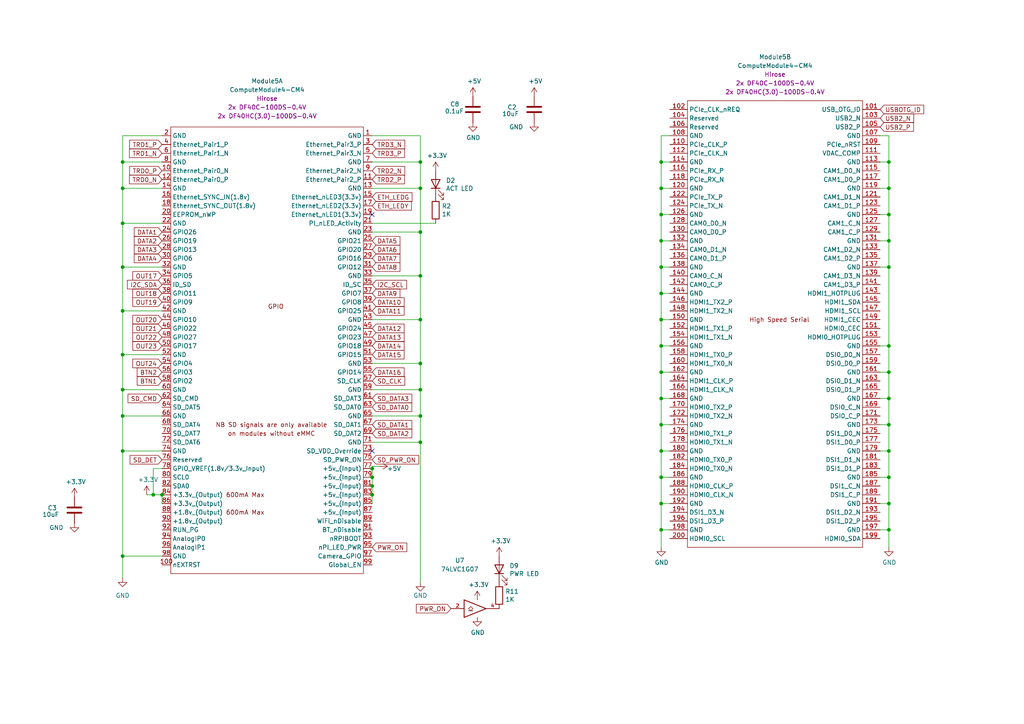
<source format=kicad_sch>
(kicad_sch (version 20211123) (generator eeschema)
  (paper "A4")
  (title_block (title "Pi CM4 16") (date "2022-09-03") (rev "v1") (company "Scott Hanson"))
  (lib_symbols
    (symbol "74xGxx:74LVC1G07" (pin_names (offset 1.016))
      (property "Reference" "U" (at -2.54 3.81 0))
      (property "Value" "74LVC1G07" (at 0 -3.81 0))
      (symbol "74LVC1G07_0_1"
        (polyline (pts (xy -2.54 -0.635) (xy -1.27 -0.635)))
        (polyline (pts (xy -3.81 2.54) (xy -3.81 -2.54) (xy 2.54 0) (xy -3.81 2.54)) (stroke (width 0.254)))
        (polyline (pts (xy -1.905 0.635) (xy -2.54 0) (xy -1.905 -0.635) (xy -1.27 0) (xy -1.905 0.635)))
      )
      (symbol "74LVC1G07_1_1"
        (pin input line (at -7.62 0 0) (length 3.81) (name "~") (number "2"))
        (pin power_in line (at 0 -2.54 270) (length 0) hide (name "GND") (number "3"))
        (pin open_collector line (at 6.35 0 180) (length 3.81) (name "~") (number "4"))
        (pin power_in line (at 0 2.54 90) (length 0) hide (name "VCC") (number "5"))
      )
    )
    (symbol "CM4IO:ComputeModule4-CM4"
      (property "Reference" "Module" (at 113.03 -68.58 0))
      (property "Value" "ComputeModule4-CM4" (at 140.97 2.54 0))
      (property "Manufacturer" "Hirose" (at 0 0 0))
      (property "MPN" "2x DF40C-100DS-0.4V" (at 0 -2.54 0))
      (property "MPN (Alt)" "2x DF40HC(3.0)-100DS-0.4V" (at 0 0 0))
      (symbol "ComputeModule4-CM4_1_0"
        (text "GPIO" (at 0 6.35 0) (effects (font (size 1.27 1.27))))
      )
      (symbol "ComputeModule4-CM4_1_1"
        (rectangle (start -30.48 -71.12) (end 25.4 58.42))
        (text "600mA Max" (at -8.89 -53.34 0) (effects (font (size 1.27 1.27))))
        (text "600mA Max" (at -8.89 -48.26 0) (effects (font (size 1.27 1.27))))
        (text "NB SD signals are only available" (at -1.27 -27.94 0) (effects (font (size 1.27 1.27))))
        (text "on modules without eMMC" (at -1.27 -30.48 0) (effects (font (size 1.27 1.27))))
        (pin power_in line (at 27.94 55.88 180) (length 2.54) (name "GND") (number "1"))
        (pin passive line (at -33.02 45.72 0) (length 2.54) (name "Ethernet_Pair0_N") (number "10"))
        (pin output line (at -33.02 -68.58 0) (length 2.54) (name "nEXTRST") (number "100"))
        (pin passive line (at 27.94 43.18 180) (length 2.54) (name "Ethernet_Pair2_P") (number "11"))
        (pin passive line (at -33.02 43.18 0) (length 2.54) (name "Ethernet_Pair0_P") (number "12"))
        (pin power_in line (at 27.94 40.64 180) (length 2.54) (name "GND") (number "13"))
        (pin power_in line (at -33.02 40.64 0) (length 2.54) (name "GND") (number "14"))
        (pin output line (at 27.94 38.1 180) (length 2.54) (name "Ethernet_nLED3(3.3v)") (number "15"))
        (pin input line (at -33.02 38.1 0) (length 2.54) (name "Ethernet_SYNC_IN(1.8v)") (number "16"))
        (pin output line (at 27.94 35.56 180) (length 2.54) (name "Ethernet_nLED2(3.3v)") (number "17"))
        (pin input line (at -33.02 35.56 0) (length 2.54) (name "Ethernet_SYNC_OUT(1.8v)") (number "18"))
        (pin output line (at 27.94 33.02 180) (length 2.54) (name "Ethernet_nLED1(3.3v)") (number "19"))
        (pin power_in line (at -33.02 55.88 0) (length 2.54) (name "GND") (number "2"))
        (pin passive line (at -33.02 33.02 0) (length 2.54) (name "EEPROM_nWP") (number "20"))
        (pin open_collector line (at 27.94 30.48 180) (length 2.54) (name "PI_nLED_Activity") (number "21"))
        (pin power_in line (at -33.02 30.48 0) (length 2.54) (name "GND") (number "22"))
        (pin power_in line (at 27.94 27.94 180) (length 2.54) (name "GND") (number "23"))
        (pin passive line (at -33.02 27.94 0) (length 2.54) (name "GPIO26") (number "24"))
        (pin passive line (at 27.94 25.4 180) (length 2.54) (name "GPIO21") (number "25"))
        (pin passive line (at -33.02 25.4 0) (length 2.54) (name "GPIO19") (number "26"))
        (pin passive line (at 27.94 22.86 180) (length 2.54) (name "GPIO20") (number "27"))
        (pin passive line (at -33.02 22.86 0) (length 2.54) (name "GPIO13") (number "28"))
        (pin passive line (at 27.94 20.32 180) (length 2.54) (name "GPIO16") (number "29"))
        (pin passive line (at 27.94 53.34 180) (length 2.54) (name "Ethernet_Pair3_P") (number "3"))
        (pin passive line (at -33.02 20.32 0) (length 2.54) (name "GPIO6") (number "30"))
        (pin passive line (at 27.94 17.78 180) (length 2.54) (name "GPIO12") (number "31"))
        (pin power_in line (at -33.02 17.78 0) (length 2.54) (name "GND") (number "32"))
        (pin power_in line (at 27.94 15.24 180) (length 2.54) (name "GND") (number "33"))
        (pin passive line (at -33.02 15.24 0) (length 2.54) (name "GPIO5") (number "34"))
        (pin passive line (at 27.94 12.7 180) (length 2.54) (name "ID_SC") (number "35"))
        (pin passive line (at -33.02 12.7 0) (length 2.54) (name "ID_SD") (number "36"))
        (pin passive line (at 27.94 10.16 180) (length 2.54) (name "GPIO7") (number "37"))
        (pin passive line (at -33.02 10.16 0) (length 2.54) (name "GPIO11") (number "38"))
        (pin passive line (at 27.94 7.62 180) (length 2.54) (name "GPIO8") (number "39"))
        (pin passive line (at -33.02 53.34 0) (length 2.54) (name "Ethernet_Pair1_P") (number "4"))
        (pin passive line (at -33.02 7.62 0) (length 2.54) (name "GPIO9") (number "40"))
        (pin passive line (at 27.94 5.08 180) (length 2.54) (name "GPIO25") (number "41"))
        (pin power_in line (at -33.02 5.08 0) (length 2.54) (name "GND") (number "42"))
        (pin power_in line (at 27.94 2.54 180) (length 2.54) (name "GND") (number "43"))
        (pin passive line (at -33.02 2.54 0) (length 2.54) (name "GPIO10") (number "44"))
        (pin passive line (at 27.94 0 180) (length 2.54) (name "GPIO24") (number "45"))
        (pin passive line (at -33.02 0 0) (length 2.54) (name "GPIO22") (number "46"))
        (pin passive line (at 27.94 -2.54 180) (length 2.54) (name "GPIO23") (number "47"))
        (pin passive line (at -33.02 -2.54 0) (length 2.54) (name "GPIO27") (number "48"))
        (pin passive line (at 27.94 -5.08 180) (length 2.54) (name "GPIO18") (number "49"))
        (pin passive line (at 27.94 50.8 180) (length 2.54) (name "Ethernet_Pair3_N") (number "5"))
        (pin passive line (at -33.02 -5.08 0) (length 2.54) (name "GPIO17") (number "50"))
        (pin passive line (at 27.94 -7.62 180) (length 2.54) (name "GPIO15") (number "51"))
        (pin power_in line (at -33.02 -7.62 0) (length 2.54) (name "GND") (number "52"))
        (pin power_in line (at 27.94 -10.16 180) (length 2.54) (name "GND") (number "53"))
        (pin passive line (at -33.02 -10.16 0) (length 2.54) (name "GPIO4") (number "54"))
        (pin passive line (at 27.94 -12.7 180) (length 2.54) (name "GPIO14") (number "55"))
        (pin passive line (at -33.02 -12.7 0) (length 2.54) (name "GPIO3") (number "56"))
        (pin passive line (at 27.94 -15.24 180) (length 2.54) (name "SD_CLK") (number "57"))
        (pin passive line (at -33.02 -15.24 0) (length 2.54) (name "GPIO2") (number "58"))
        (pin power_in line (at 27.94 -17.78 180) (length 2.54) (name "GND") (number "59"))
        (pin passive line (at -33.02 50.8 0) (length 2.54) (name "Ethernet_Pair1_N") (number "6"))
        (pin power_in line (at -33.02 -17.78 0) (length 2.54) (name "GND") (number "60"))
        (pin passive line (at 27.94 -20.32 180) (length 2.54) (name "SD_DAT3") (number "61"))
        (pin passive line (at -33.02 -20.32 0) (length 2.54) (name "SD_CMD") (number "62"))
        (pin passive line (at 27.94 -22.86 180) (length 2.54) (name "SD_DAT0") (number "63"))
        (pin passive line (at -33.02 -22.86 0) (length 2.54) (name "SD_DAT5") (number "64"))
        (pin power_in line (at 27.94 -25.4 180) (length 2.54) (name "GND") (number "65"))
        (pin power_in line (at -33.02 -25.4 0) (length 2.54) (name "GND") (number "66"))
        (pin passive line (at 27.94 -27.94 180) (length 2.54) (name "SD_DAT1") (number "67"))
        (pin passive line (at -33.02 -27.94 0) (length 2.54) (name "SD_DAT4") (number "68"))
        (pin passive line (at 27.94 -30.48 180) (length 2.54) (name "SD_DAT2") (number "69"))
        (pin power_in line (at 27.94 48.26 180) (length 2.54) (name "GND") (number "7"))
        (pin passive line (at -33.02 -30.48 0) (length 2.54) (name "SD_DAT7") (number "70"))
        (pin power_in line (at 27.94 -33.02 180) (length 2.54) (name "GND") (number "71"))
        (pin passive line (at -33.02 -33.02 0) (length 2.54) (name "SD_DAT6") (number "72"))
        (pin input line (at 27.94 -35.56 180) (length 2.54) (name "SD_VDD_Override") (number "73"))
        (pin power_in line (at -33.02 -35.56 0) (length 2.54) (name "GND") (number "74"))
        (pin output line (at 27.94 -38.1 180) (length 2.54) (name "SD_PWR_ON") (number "75"))
        (pin passive line (at -33.02 -38.1 0) (length 2.54) (name "Reserved") (number "76"))
        (pin power_in line (at 27.94 -40.64 180) (length 2.54) (name "+5v_(Input)") (number "77"))
        (pin power_in line (at -33.02 -40.64 0) (length 2.54) (name "GPIO_VREF(1.8v/3.3v_Input)") (number "78"))
        (pin power_in line (at 27.94 -43.18 180) (length 2.54) (name "+5v_(Input)") (number "79"))
        (pin power_in line (at -33.02 48.26 0) (length 2.54) (name "GND") (number "8"))
        (pin passive line (at -33.02 -43.18 0) (length 2.54) (name "SCL0") (number "80"))
        (pin power_in line (at 27.94 -45.72 180) (length 2.54) (name "+5v_(Input)") (number "81"))
        (pin passive line (at -33.02 -45.72 0) (length 2.54) (name "SDA0") (number "82"))
        (pin power_in line (at 27.94 -48.26 180) (length 2.54) (name "+5v_(Input)") (number "83"))
        (pin power_out line (at -33.02 -48.26 0) (length 2.54) (name "+3.3v_(Output)") (number "84"))
        (pin power_in line (at 27.94 -50.8 180) (length 2.54) (name "+5v_(Input)") (number "85"))
        (pin power_out line (at -33.02 -50.8 0) (length 2.54) (name "+3.3v_(Output)") (number "86"))
        (pin power_in line (at 27.94 -53.34 180) (length 2.54) (name "+5v_(Input)") (number "87"))
        (pin power_out line (at -33.02 -53.34 0) (length 2.54) (name "+1.8v_(Output)") (number "88"))
        (pin power_in line (at 27.94 -55.88 180) (length 2.54) (name "WiFi_nDisable") (number "89"))
        (pin passive line (at 27.94 45.72 180) (length 2.54) (name "Ethernet_Pair2_N") (number "9"))
        (pin power_out line (at -33.02 -55.88 0) (length 2.54) (name "+1.8v_(Output)") (number "90"))
        (pin power_in line (at 27.94 -58.42 180) (length 2.54) (name "BT_nDisable") (number "91"))
        (pin passive line (at -33.02 -58.42 0) (length 2.54) (name "RUN_PG") (number "92"))
        (pin input line (at 27.94 -60.96 180) (length 2.54) (name "nRPIBOOT") (number "93"))
        (pin passive line (at -33.02 -60.96 0) (length 2.54) (name "AnalogIP0") (number "94"))
        (pin output line (at 27.94 -63.5 180) (length 2.54) (name "nPI_LED_PWR") (number "95"))
        (pin passive line (at -33.02 -63.5 0) (length 2.54) (name "AnalogIP1") (number "96"))
        (pin passive line (at 27.94 -66.04 180) (length 2.54) (name "Camera_GPIO") (number "97"))
        (pin power_in line (at -33.02 -66.04 0) (length 2.54) (name "GND") (number "98"))
        (pin input line (at 27.94 -68.58 180) (length 2.54) (name "Global_EN") (number "99"))
      )
      (symbol "ComputeModule4-CM4_2_1"
        (rectangle (start 114.3 -66.04) (end 165.1 63.5))
        (text "High Speed Serial" (at 140.97 0 0) (effects (font (size 1.27 1.27))))
        (pin input line (at 170.18 60.96 180) (length 5.08) (name "USB_OTG_ID") (number "101"))
        (pin input line (at 109.22 60.96 0) (length 5.08) (name "PCIe_CLK_nREQ") (number "102"))
        (pin passive line (at 170.18 58.42 180) (length 5.08) (name "USB2_N") (number "103"))
        (pin passive line (at 109.22 58.42 0) (length 5.08) (name "Reserved") (number "104"))
        (pin passive line (at 170.18 55.88 180) (length 5.08) (name "USB2_P") (number "105"))
        (pin passive line (at 109.22 55.88 0) (length 5.08) (name "Reserved") (number "106"))
        (pin power_in line (at 170.18 53.34 180) (length 5.08) (name "GND") (number "107"))
        (pin power_in line (at 109.22 53.34 0) (length 5.08) (name "GND") (number "108"))
        (pin bidirectional line (at 170.18 50.8 180) (length 5.08) (name "PCIe_nRST") (number "109"))
        (pin output line (at 109.22 50.8 0) (length 5.08) (name "PCIe_CLK_P") (number "110"))
        (pin passive line (at 170.18 48.26 180) (length 5.08) (name "VDAC_COMP") (number "111"))
        (pin output line (at 109.22 48.26 0) (length 5.08) (name "PCIe_CLK_N") (number "112"))
        (pin power_in line (at 170.18 45.72 180) (length 5.08) (name "GND") (number "113"))
        (pin power_in line (at 109.22 45.72 0) (length 5.08) (name "GND") (number "114"))
        (pin input line (at 170.18 43.18 180) (length 5.08) (name "CAM1_D0_N") (number "115"))
        (pin input line (at 109.22 43.18 0) (length 5.08) (name "PCIe_RX_P") (number "116"))
        (pin input line (at 170.18 40.64 180) (length 5.08) (name "CAM1_D0_P") (number "117"))
        (pin input line (at 109.22 40.64 0) (length 5.08) (name "PCIe_RX_N") (number "118"))
        (pin power_in line (at 170.18 38.1 180) (length 5.08) (name "GND") (number "119"))
        (pin power_in line (at 109.22 38.1 0) (length 5.08) (name "GND") (number "120"))
        (pin input line (at 170.18 35.56 180) (length 5.08) (name "CAM1_D1_N") (number "121"))
        (pin output line (at 109.22 35.56 0) (length 5.08) (name "PCIe_TX_P") (number "122"))
        (pin input line (at 170.18 33.02 180) (length 5.08) (name "CAM1_D1_P") (number "123"))
        (pin output line (at 109.22 33.02 0) (length 5.08) (name "PCIe_TX_N") (number "124"))
        (pin power_in line (at 170.18 30.48 180) (length 5.08) (name "GND") (number "125"))
        (pin power_in line (at 109.22 30.48 0) (length 5.08) (name "GND") (number "126"))
        (pin input line (at 170.18 27.94 180) (length 5.08) (name "CAM1_C_N") (number "127"))
        (pin input line (at 109.22 27.94 0) (length 5.08) (name "CAM0_D0_N") (number "128"))
        (pin input line (at 170.18 25.4 180) (length 5.08) (name "CAM1_C_P") (number "129"))
        (pin input line (at 109.22 25.4 0) (length 5.08) (name "CAM0_D0_P") (number "130"))
        (pin power_in line (at 170.18 22.86 180) (length 5.08) (name "GND") (number "131"))
        (pin power_in line (at 109.22 22.86 0) (length 5.08) (name "GND") (number "132"))
        (pin input line (at 170.18 20.32 180) (length 5.08) (name "CAM1_D2_N") (number "133"))
        (pin input line (at 109.22 20.32 0) (length 5.08) (name "CAM0_D1_N") (number "134"))
        (pin input line (at 170.18 17.78 180) (length 5.08) (name "CAM1_D2_P") (number "135"))
        (pin input line (at 109.22 17.78 0) (length 5.08) (name "CAM0_D1_P") (number "136"))
        (pin power_in line (at 170.18 15.24 180) (length 5.08) (name "GND") (number "137"))
        (pin power_in line (at 109.22 15.24 0) (length 5.08) (name "GND") (number "138"))
        (pin input line (at 170.18 12.7 180) (length 5.08) (name "CAM1_D3_N") (number "139"))
        (pin input line (at 109.22 12.7 0) (length 5.08) (name "CAM0_C_N") (number "140"))
        (pin input line (at 170.18 10.16 180) (length 5.08) (name "CAM1_D3_P") (number "141"))
        (pin input line (at 109.22 10.16 0) (length 5.08) (name "CAM0_C_P") (number "142"))
        (pin input line (at 170.18 7.62 180) (length 5.08) (name "HDMI1_HOTPLUG") (number "143"))
        (pin power_in line (at 109.22 7.62 0) (length 5.08) (name "GND") (number "144"))
        (pin bidirectional line (at 170.18 5.08 180) (length 5.08) (name "HDMI1_SDA") (number "145"))
        (pin output line (at 109.22 5.08 0) (length 5.08) (name "HDMI1_TX2_P") (number "146"))
        (pin open_collector line (at 170.18 2.54 180) (length 5.08) (name "HDMI1_SCL") (number "147"))
        (pin output line (at 109.22 2.54 0) (length 5.08) (name "HDMI1_TX2_N") (number "148"))
        (pin open_collector line (at 170.18 0 180) (length 5.08) (name "HDMI1_CEC") (number "149"))
        (pin power_in line (at 109.22 0 0) (length 5.08) (name "GND") (number "150"))
        (pin open_collector line (at 170.18 -2.54 180) (length 5.08) (name "HDMI0_CEC") (number "151"))
        (pin output line (at 109.22 -2.54 0) (length 5.08) (name "HDMI1_TX1_P") (number "152"))
        (pin input line (at 170.18 -5.08 180) (length 5.08) (name "HDMI0_HOTPLUG") (number "153"))
        (pin output line (at 109.22 -5.08 0) (length 5.08) (name "HDMI1_TX1_N") (number "154"))
        (pin power_in line (at 170.18 -7.62 180) (length 5.08) (name "GND") (number "155"))
        (pin power_in line (at 109.22 -7.62 0) (length 5.08) (name "GND") (number "156"))
        (pin output line (at 170.18 -10.16 180) (length 5.08) (name "DSI0_D0_N") (number "157"))
        (pin output line (at 109.22 -10.16 0) (length 5.08) (name "HDMI1_TX0_P") (number "158"))
        (pin output line (at 170.18 -12.7 180) (length 5.08) (name "DSI0_D0_P") (number "159"))
        (pin output line (at 109.22 -12.7 0) (length 5.08) (name "HDMI1_TX0_N") (number "160"))
        (pin power_in line (at 170.18 -15.24 180) (length 5.08) (name "GND") (number "161"))
        (pin power_in line (at 109.22 -15.24 0) (length 5.08) (name "GND") (number "162"))
        (pin output line (at 170.18 -17.78 180) (length 5.08) (name "DSI0_D1_N") (number "163"))
        (pin output line (at 109.22 -17.78 0) (length 5.08) (name "HDMI1_CLK_P") (number "164"))
        (pin output line (at 170.18 -20.32 180) (length 5.08) (name "DSI0_D1_P") (number "165"))
        (pin output line (at 109.22 -20.32 0) (length 5.08) (name "HDMI1_CLK_N") (number "166"))
        (pin power_in line (at 170.18 -22.86 180) (length 5.08) (name "GND") (number "167"))
        (pin power_in line (at 109.22 -22.86 0) (length 5.08) (name "GND") (number "168"))
        (pin output line (at 170.18 -25.4 180) (length 5.08) (name "DSI0_C_N") (number "169"))
        (pin output line (at 109.22 -25.4 0) (length 5.08) (name "HDMI0_TX2_P") (number "170"))
        (pin output line (at 170.18 -27.94 180) (length 5.08) (name "DSI0_C_P") (number "171"))
        (pin output line (at 109.22 -27.94 0) (length 5.08) (name "HDMI0_TX2_N") (number "172"))
        (pin power_in line (at 170.18 -30.48 180) (length 5.08) (name "GND") (number "173"))
        (pin power_in line (at 109.22 -30.48 0) (length 5.08) (name "GND") (number "174"))
        (pin output line (at 170.18 -33.02 180) (length 5.08) (name "DSI1_D0_N") (number "175"))
        (pin output line (at 109.22 -33.02 0) (length 5.08) (name "HDMI0_TX1_P") (number "176"))
        (pin output line (at 170.18 -35.56 180) (length 5.08) (name "DSI1_D0_P") (number "177"))
        (pin output line (at 109.22 -35.56 0) (length 5.08) (name "HDMI0_TX1_N") (number "178"))
        (pin power_in line (at 170.18 -38.1 180) (length 5.08) (name "GND") (number "179"))
        (pin power_in line (at 109.22 -38.1 0) (length 5.08) (name "GND") (number "180"))
        (pin output line (at 170.18 -40.64 180) (length 5.08) (name "DSI1_D1_N") (number "181"))
        (pin output line (at 109.22 -40.64 0) (length 5.08) (name "HDMI0_TX0_P") (number "182"))
        (pin output line (at 170.18 -43.18 180) (length 5.08) (name "DSI1_D1_P") (number "183"))
        (pin output line (at 109.22 -43.18 0) (length 5.08) (name "HDMI0_TX0_N") (number "184"))
        (pin power_in line (at 170.18 -45.72 180) (length 5.08) (name "GND") (number "185"))
        (pin power_in line (at 109.22 -45.72 0) (length 5.08) (name "GND") (number "186"))
        (pin output line (at 170.18 -48.26 180) (length 5.08) (name "DSI1_C_N") (number "187"))
        (pin output line (at 109.22 -48.26 0) (length 5.08) (name "HDMI0_CLK_P") (number "188"))
        (pin output line (at 170.18 -50.8 180) (length 5.08) (name "DSI1_C_P") (number "189"))
        (pin output line (at 109.22 -50.8 0) (length 5.08) (name "HDMI0_CLK_N") (number "190"))
        (pin power_in line (at 170.18 -53.34 180) (length 5.08) (name "GND") (number "191"))
        (pin power_in line (at 109.22 -53.34 0) (length 5.08) (name "GND") (number "192"))
        (pin output line (at 170.18 -55.88 180) (length 5.08) (name "DSI1_D2_N") (number "193"))
        (pin output line (at 109.22 -55.88 0) (length 5.08) (name "DSI1_D3_N") (number "194"))
        (pin output line (at 170.18 -58.42 180) (length 5.08) (name "DSI1_D2_P") (number "195"))
        (pin output line (at 109.22 -58.42 0) (length 5.08) (name "DSI1_D3_P") (number "196"))
        (pin power_in line (at 170.18 -60.96 180) (length 5.08) (name "GND") (number "197"))
        (pin power_in line (at 109.22 -60.96 0) (length 5.08) (name "GND") (number "198"))
        (pin bidirectional line (at 170.18 -63.5 180) (length 5.08) (name "HDMI0_SDA") (number "199"))
        (pin open_collector line (at 109.22 -63.5 0) (length 5.08) (name "HDMI0_SCL") (number "200"))
      )
    )
    (symbol "Device:C" (pin_numbers hide) (pin_names (offset 0.254))
      (property "Reference" "C" (at 0.635 2.54 0))
      (property "Value" "C" (at 0.635 -2.54 0))
      (symbol "C_0_1"
        (polyline (pts (xy -2.032 -0.762) (xy 2.032 -0.762)) (stroke (width 0.508)))
        (polyline (pts (xy -2.032 0.762) (xy 2.032 0.762)) (stroke (width 0.508)))
      )
      (symbol "C_1_1"
        (pin passive line (at 0 3.81 270) (length 2.794) (name "~") (number "1"))
        (pin passive line (at 0 -3.81 90) (length 2.794) (name "~") (number "2"))
      )
    )
    (symbol "Device:LED" (pin_numbers hide) (pin_names (offset 1.016) hide)
      (property "Reference" "D" (at 0 2.54 0))
      (property "Value" "LED" (at 0 -2.54 0))
      (symbol "LED_0_1"
        (polyline (pts (xy -1.27 -1.27) (xy -1.27 1.27)) (stroke (width 0.254)))
        (polyline (pts (xy -1.27 0) (xy 1.27 0)))
        (polyline (pts (xy 1.27 -1.27) (xy 1.27 1.27) (xy -1.27 0) (xy 1.27 -1.27)) (stroke (width 0.254)))
        (polyline (pts (xy -3.048 -0.762) (xy -4.572 -2.286) (xy -3.81 -2.286) (xy -4.572 -2.286) (xy -4.572 -1.524)))
        (polyline (pts (xy -1.778 -0.762) (xy -3.302 -2.286) (xy -2.54 -2.286) (xy -3.302 -2.286) (xy -3.302 -1.524)))
      )
      (symbol "LED_1_1"
        (pin passive line (at -3.81 0 0) (length 2.54) (name "K") (number "1"))
        (pin passive line (at 3.81 0 180) (length 2.54) (name "A") (number "2"))
      )
    )
    (symbol "Device:R" (pin_numbers hide) (pin_names (offset 0))
      (property "Reference" "R" (at 2.032 0 90))
      (property "Value" "R" (at 0 0 90))
      (symbol "R_0_1"
        (rectangle (start -1.016 -2.54) (end 1.016 2.54) (stroke (width 0.254)))
      )
      (symbol "R_1_1"
        (pin passive line (at 0 3.81 270) (length 1.27) (name "~") (number "1"))
        (pin passive line (at 0 -3.81 90) (length 1.27) (name "~") (number "2"))
      )
    )
    (symbol "power:+3.3V" (power) (pin_names (offset 0))
      (property "Value" "+3.3V" (at 0 3.556 0))
      (symbol "+3.3V_0_1"
        (polyline (pts (xy -0.762 1.27) (xy 0 2.54)))
        (polyline (pts (xy 0 0) (xy 0 2.54)))
        (polyline (pts (xy 0 2.54) (xy 0.762 1.27)))
      )
      (symbol "+3.3V_1_1"
        (pin power_in line (at 0 0 90) (length 0) hide (name "+3.3V") (number "1"))
      )
    )
    (symbol "power:+5V" (power) (pin_names (offset 0))
      (property "Value" "+5V" (at 0 3.556 0))
      (symbol "+5V_0_1"
        (polyline (pts (xy -0.762 1.27) (xy 0 2.54)))
        (polyline (pts (xy 0 0) (xy 0 2.54)))
        (polyline (pts (xy 0 2.54) (xy 0.762 1.27)))
      )
      (symbol "+5V_1_1"
        (pin power_in line (at 0 0 90) (length 0) hide (name "+5V") (number "1"))
      )
    )
    (symbol "power:GND" (power) (pin_names (offset 0))
      (property "Value" "GND" (at 0 -3.81 0))
      (symbol "GND_0_1"
        (polyline (pts (xy 0 0) (xy 0 -1.27) (xy 1.27 -1.27) (xy 0 -2.54) (xy -1.27 -1.27) (xy 0 -1.27)))
      )
      (symbol "GND_1_1"
        (pin power_in line (at 0 0 270) (length 0) hide (name "GND") (number "1"))
      )
    )
  )
  (junction (at 191.77 92.71))
  (junction (at 257.81 107.95))
  (junction (at 257.81 100.33))
  (junction (at 121.92 92.71))
  (junction (at 35.56 113.03))
  (junction (at 121.92 54.61))
  (junction (at 257.81 123.19))
  (junction (at 191.77 69.85))
  (junction (at 35.56 54.61))
  (junction (at 257.81 138.43))
  (junction (at 257.81 146.05))
  (junction (at 121.92 120.65))
  (junction (at 191.77 100.33))
  (junction (at 107.95 135.89))
  (junction (at 191.77 107.95))
  (junction (at 257.81 153.67))
  (junction (at 191.77 62.23))
  (junction (at 191.77 146.05))
  (junction (at 46.99 143.51))
  (junction (at 107.95 138.43))
  (junction (at 35.56 90.17))
  (junction (at 191.77 46.99))
  (junction (at 191.77 123.19))
  (junction (at 191.77 77.47))
  (junction (at 191.77 130.81))
  (junction (at 35.56 130.81))
  (junction (at 121.92 80.01))
  (junction (at 257.81 46.99))
  (junction (at 44.45 143.51))
  (junction (at 257.81 54.61))
  (junction (at 121.92 128.27))
  (junction (at 257.81 115.57))
  (junction (at 257.81 69.85))
  (junction (at 107.95 140.97))
  (junction (at 257.81 62.23))
  (junction (at 35.56 77.47))
  (junction (at 191.77 85.09))
  (junction (at 121.92 46.99))
  (junction (at 121.92 105.41))
  (junction (at 191.77 153.67))
  (junction (at 35.56 120.65))
  (junction (at 191.77 115.57))
  (junction (at 257.81 77.47))
  (junction (at 121.92 113.03))
  (junction (at 35.56 161.29))
  (junction (at 121.92 67.31))
  (junction (at 35.56 64.77))
  (junction (at 107.95 143.51))
  (junction (at 257.81 130.81))
  (junction (at 35.56 46.99))
  (junction (at 191.77 138.43))
  (junction (at 35.56 102.87))
  (junction (at 191.77 54.61))
  (no_connect (at 107.95 62.23))
  (no_connect (at 107.95 130.81))
  (wire (pts (xy 255.27 69.85) (xy 257.81 69.85)))
  (wire (pts (xy 121.92 128.27) (xy 121.92 168.91)))
  (wire (pts (xy 35.56 64.77) (xy 35.56 77.47)))
  (wire (pts (xy 255.27 115.57) (xy 257.81 115.57)))
  (wire (pts (xy 121.92 113.03) (xy 121.92 120.65)))
  (wire (pts (xy 35.56 54.61) (xy 35.56 46.99)))
  (wire (pts (xy 107.95 113.03) (xy 121.92 113.03)))
  (wire (pts (xy 191.77 85.09) (xy 194.31 85.09)))
  (wire (pts (xy 42.545 143.51) (xy 44.45 143.51)))
  (wire (pts (xy 257.81 39.37) (xy 257.81 46.99)))
  (wire (pts (xy 44.45 143.51) (xy 46.99 143.51)))
  (wire (pts (xy 191.77 77.47) (xy 194.31 77.47)))
  (wire (pts (xy 107.95 143.51) (xy 107.95 146.05)))
  (wire (pts (xy 121.92 105.41) (xy 121.92 113.03)))
  (wire (pts (xy 191.77 62.23) (xy 194.31 62.23)))
  (wire (pts (xy 35.56 90.17) (xy 35.56 102.87)))
  (wire (pts (xy 107.95 54.61) (xy 121.92 54.61)))
  (wire (pts (xy 121.92 46.99) (xy 121.92 54.61)))
  (wire (pts (xy 255.27 62.23) (xy 257.81 62.23)))
  (wire (pts (xy 191.77 123.19) (xy 194.31 123.19)))
  (wire (pts (xy 191.77 146.05) (xy 191.77 153.67)))
  (wire (pts (xy 35.56 161.29) (xy 35.56 167.64)))
  (wire (pts (xy 257.81 153.67) (xy 257.81 158.75)))
  (wire (pts (xy 107.95 80.01) (xy 121.92 80.01)))
  (wire (pts (xy 255.27 138.43) (xy 257.81 138.43)))
  (wire (pts (xy 257.81 130.81) (xy 257.81 138.43)))
  (wire (pts (xy 35.56 102.87) (xy 46.99 102.87)))
  (wire (pts (xy 255.27 39.37) (xy 257.81 39.37)))
  (wire (pts (xy 35.56 113.03) (xy 46.99 113.03)))
  (wire (pts (xy 255.27 153.67) (xy 257.81 153.67)))
  (wire (pts (xy 194.31 39.37) (xy 191.77 39.37)))
  (wire (pts (xy 107.95 128.27) (xy 121.92 128.27)))
  (wire (pts (xy 107.95 46.99) (xy 121.92 46.99)))
  (wire (pts (xy 35.56 130.81) (xy 46.99 130.81)))
  (wire (pts (xy 191.77 85.09) (xy 191.77 92.71)))
  (wire (pts (xy 257.81 62.23) (xy 257.81 69.85)))
  (wire (pts (xy 35.56 161.29) (xy 46.99 161.29)))
  (wire (pts (xy 191.77 138.43) (xy 191.77 146.05)))
  (wire (pts (xy 255.27 130.81) (xy 257.81 130.81)))
  (wire (pts (xy 107.95 135.255) (xy 109.855 135.255)))
  (wire (pts (xy 255.27 107.95) (xy 257.81 107.95)))
  (wire (pts (xy 121.92 120.65) (xy 121.92 128.27)))
  (wire (pts (xy 255.27 77.47) (xy 257.81 77.47)))
  (wire (pts (xy 257.81 69.85) (xy 257.81 77.47)))
  (wire (pts (xy 107.95 64.77) (xy 126.365 64.77)))
  (wire (pts (xy 191.77 69.85) (xy 191.77 77.47)))
  (wire (pts (xy 257.81 146.05) (xy 257.81 153.67)))
  (wire (pts (xy 191.77 115.57) (xy 194.31 115.57)))
  (wire (pts (xy 255.27 46.99) (xy 257.81 46.99)))
  (wire (pts (xy 191.77 115.57) (xy 191.77 123.19)))
  (wire (pts (xy 191.77 69.85) (xy 194.31 69.85)))
  (wire (pts (xy 191.77 107.95) (xy 191.77 115.57)))
  (wire (pts (xy 107.95 140.97) (xy 107.95 143.51)))
  (wire (pts (xy 35.56 54.61) (xy 35.56 64.77)))
  (wire (pts (xy 35.56 54.61) (xy 46.99 54.61)))
  (wire (pts (xy 121.92 80.01) (xy 121.92 92.71)))
  (wire (pts (xy 191.77 62.23) (xy 191.77 69.85)))
  (wire (pts (xy 257.81 138.43) (xy 257.81 146.05)))
  (wire (pts (xy 107.95 120.65) (xy 121.92 120.65)))
  (wire (pts (xy 191.77 54.61) (xy 194.31 54.61)))
  (wire (pts (xy 191.77 92.71) (xy 194.31 92.71)))
  (wire (pts (xy 107.95 105.41) (xy 121.92 105.41)))
  (wire (pts (xy 191.77 77.47) (xy 191.77 85.09)))
  (wire (pts (xy 107.95 135.89) (xy 107.95 138.43)))
  (wire (pts (xy 257.81 46.99) (xy 257.81 54.61)))
  (wire (pts (xy 35.56 102.87) (xy 35.56 113.03)))
  (wire (pts (xy 255.27 100.33) (xy 257.81 100.33)))
  (wire (pts (xy 35.56 64.77) (xy 46.99 64.77)))
  (wire (pts (xy 121.92 39.37) (xy 121.92 46.99)))
  (wire (pts (xy 191.77 107.95) (xy 194.31 107.95)))
  (wire (pts (xy 191.77 153.67) (xy 194.31 153.67)))
  (wire (pts (xy 191.77 92.71) (xy 191.77 100.33)))
  (wire (pts (xy 257.81 123.19) (xy 257.81 130.81)))
  (wire (pts (xy 35.56 46.99) (xy 35.56 39.37)))
  (wire (pts (xy 35.56 46.99) (xy 46.99 46.99)))
  (wire (pts (xy 35.56 120.65) (xy 46.99 120.65)))
  (wire (pts (xy 107.95 39.37) (xy 121.92 39.37)))
  (wire (pts (xy 121.92 54.61) (xy 121.92 67.31)))
  (wire (pts (xy 191.77 146.05) (xy 194.31 146.05)))
  (wire (pts (xy 257.81 107.95) (xy 257.81 115.57)))
  (wire (pts (xy 107.95 138.43) (xy 107.95 140.97)))
  (wire (pts (xy 191.77 46.99) (xy 191.77 54.61)))
  (wire (pts (xy 191.77 100.33) (xy 191.77 107.95)))
  (wire (pts (xy 255.27 146.05) (xy 257.81 146.05)))
  (wire (pts (xy 191.77 39.37) (xy 191.77 46.99)))
  (wire (pts (xy 107.95 92.71) (xy 121.92 92.71)))
  (wire (pts (xy 121.92 92.71) (xy 121.92 105.41)))
  (wire (pts (xy 191.77 46.99) (xy 194.31 46.99)))
  (wire (pts (xy 191.77 54.61) (xy 191.77 62.23)))
  (wire (pts (xy 121.92 67.31) (xy 121.92 80.01)))
  (wire (pts (xy 257.81 77.47) (xy 257.81 100.33)))
  (wire (pts (xy 44.45 135.89) (xy 44.45 143.51)))
  (wire (pts (xy 191.77 130.81) (xy 191.77 138.43)))
  (wire (pts (xy 46.99 143.51) (xy 46.99 146.05)))
  (wire (pts (xy 255.27 54.61) (xy 257.81 54.61)))
  (wire (pts (xy 35.56 77.47) (xy 35.56 90.17)))
  (wire (pts (xy 35.56 113.03) (xy 35.56 120.65)))
  (wire (pts (xy 191.77 100.33) (xy 194.31 100.33)))
  (wire (pts (xy 257.81 100.33) (xy 257.81 107.95)))
  (wire (pts (xy 107.95 67.31) (xy 121.92 67.31)))
  (wire (pts (xy 257.81 54.61) (xy 257.81 62.23)))
  (wire (pts (xy 35.56 77.47) (xy 46.99 77.47)))
  (wire (pts (xy 191.77 130.81) (xy 194.31 130.81)))
  (wire (pts (xy 46.99 135.89) (xy 44.45 135.89)))
  (wire (pts (xy 35.56 39.37) (xy 46.99 39.37)))
  (wire (pts (xy 35.56 90.17) (xy 46.99 90.17)))
  (wire (pts (xy 191.77 153.67) (xy 191.77 158.75)))
  (wire (pts (xy 191.77 138.43) (xy 194.31 138.43)))
  (wire (pts (xy 257.81 115.57) (xy 257.81 123.19)))
  (wire (pts (xy 107.95 135.89) (xy 107.95 135.255)))
  (wire (pts (xy 191.77 123.19) (xy 191.77 130.81)))
  (wire (pts (xy 255.27 123.19) (xy 257.81 123.19)))
  (wire (pts (xy 35.56 120.65) (xy 35.56 130.81)))
  (wire (pts (xy 35.56 130.81) (xy 35.56 161.29)))
  (global_label "SD_DET" (shape input) (at 46.99 133.35 180) (property "Intersheet References" "${INTERSHEET_REFS}" (effects hide)))
  (global_label "DATA12" (shape input) (at 107.95 95.25 0) (property "Intersheet References" "${INTERSHEET_REFS}" (effects hide)))
  (global_label "OUT18" (shape input) (at 46.99 85.09 180) (property "Intersheet References" "${INTERSHEET_REFS}" (effects hide)))
  (global_label "OUT21" (shape input) (at 46.99 95.25 180) (property "Intersheet References" "${INTERSHEET_REFS}" (effects hide)))
  (global_label "I2C_SCL" (shape input) (at 107.95 82.55 0) (property "Intersheet References" "${INTERSHEET_REFS}" (effects hide)))
  (global_label "OUT22" (shape input) (at 46.99 97.79 180) (property "Intersheet References" "${INTERSHEET_REFS}" (effects hide)))
  (global_label "USBOTG_ID" (shape input) (at 255.27 31.75 0) (property "Intersheet References" "${INTERSHEET_REFS}" (effects hide)))
  (global_label "SD_CLK" (shape input) (at 107.95 110.49 0) (property "Intersheet References" "${INTERSHEET_REFS}" (effects hide)))
  (global_label "TRD1_P" (shape input) (at 46.99 41.91 180) (property "Intersheet References" "${INTERSHEET_REFS}" (effects hide)))
  (global_label "PWR_ON" (shape input) (at 130.81 176.53 180) (property "Intersheet References" "${INTERSHEET_REFS}" (effects hide)))
  (global_label "TRD1_N" (shape input) (at 46.99 44.45 180) (property "Intersheet References" "${INTERSHEET_REFS}" (effects hide)))
  (global_label "USB2_N" (shape input) (at 255.27 34.29 0) (property "Intersheet References" "${INTERSHEET_REFS}" (effects hide)))
  (global_label "DATA6" (shape input) (at 107.95 72.39 0) (property "Intersheet References" "${INTERSHEET_REFS}" (effects hide)))
  (global_label "PWR_ON" (shape input) (at 107.95 158.75 0) (property "Intersheet References" "${INTERSHEET_REFS}" (effects hide)))
  (global_label "SD_DATA1" (shape input) (at 107.95 123.19 0) (property "Intersheet References" "${INTERSHEET_REFS}" (effects hide)))
  (global_label "DATA8" (shape input) (at 107.95 77.47 0) (property "Intersheet References" "${INTERSHEET_REFS}" (effects hide)))
  (global_label "I2C_SDA" (shape input) (at 46.99 82.55 180) (property "Intersheet References" "${INTERSHEET_REFS}" (effects hide)))
  (global_label "DATA15" (shape input) (at 107.95 102.87 0) (property "Intersheet References" "${INTERSHEET_REFS}" (effects hide)))
  (global_label "DATA2" (shape input) (at 46.99 69.85 180) (property "Intersheet References" "${INTERSHEET_REFS}" (effects hide)))
  (global_label "BTN1" (shape input) (at 46.99 110.49 180) (property "Intersheet References" "${INTERSHEET_REFS}" (effects hide)))
  (global_label "DATA13" (shape input) (at 107.95 97.79 0) (property "Intersheet References" "${INTERSHEET_REFS}" (effects hide)))
  (global_label "DATA4" (shape input) (at 46.99 74.93 180) (property "Intersheet References" "${INTERSHEET_REFS}" (effects hide)))
  (global_label "BTN2" (shape input) (at 46.99 107.95 180) (property "Intersheet References" "${INTERSHEET_REFS}" (effects hide)))
  (global_label "SD_DATA2" (shape input) (at 107.95 125.73 0) (property "Intersheet References" "${INTERSHEET_REFS}" (effects hide)))
  (global_label "USB2_P" (shape input) (at 255.27 36.83 0) (property "Intersheet References" "${INTERSHEET_REFS}" (effects hide)))
  (global_label "OUT23" (shape input) (at 46.99 100.33 180) (property "Intersheet References" "${INTERSHEET_REFS}" (effects hide)))
  (global_label "SD_CMD" (shape input) (at 46.99 115.57 180) (property "Intersheet References" "${INTERSHEET_REFS}" (effects hide)))
  (global_label "TRD3_N" (shape input) (at 107.95 41.91 0) (property "Intersheet References" "${INTERSHEET_REFS}" (effects hide)))
  (global_label "TRD0_N" (shape input) (at 46.99 52.07 180) (property "Intersheet References" "${INTERSHEET_REFS}" (effects hide)))
  (global_label "OUT17" (shape input) (at 46.99 80.01 180) (property "Intersheet References" "${INTERSHEET_REFS}" (effects hide)))
  (global_label "OUT19" (shape input) (at 46.99 87.63 180) (property "Intersheet References" "${INTERSHEET_REFS}" (effects hide)))
  (global_label "SD_DATA3" (shape input) (at 107.95 115.57 0) (property "Intersheet References" "${INTERSHEET_REFS}" (effects hide)))
  (global_label "TRD3_P" (shape input) (at 107.95 44.45 0) (property "Intersheet References" "${INTERSHEET_REFS}" (effects hide)))
  (global_label "DATA5" (shape input) (at 107.95 69.85 0) (property "Intersheet References" "${INTERSHEET_REFS}" (effects hide)))
  (global_label "TRD2_N" (shape input) (at 107.95 49.53 0) (property "Intersheet References" "${INTERSHEET_REFS}" (effects hide)))
  (global_label "DATA14" (shape input) (at 107.95 100.33 0) (property "Intersheet References" "${INTERSHEET_REFS}" (effects hide)))
  (global_label "DATA11" (shape input) (at 107.95 90.17 0) (property "Intersheet References" "${INTERSHEET_REFS}" (effects hide)))
  (global_label "ETH_LEDG" (shape input) (at 107.95 57.15 0) (property "Intersheet References" "${INTERSHEET_REFS}" (effects hide)))
  (global_label "OUT20" (shape input) (at 46.99 92.71 180) (property "Intersheet References" "${INTERSHEET_REFS}" (effects hide)))
  (global_label "DATA16" (shape input) (at 107.95 107.95 0) (property "Intersheet References" "${INTERSHEET_REFS}" (effects hide)))
  (global_label "TRD2_P" (shape input) (at 107.95 52.07 0) (property "Intersheet References" "${INTERSHEET_REFS}" (effects hide)))
  (global_label "SD_PWR_ON" (shape input) (at 107.95 133.35 0) (property "Intersheet References" "${INTERSHEET_REFS}" (effects hide)))
  (global_label "TRD0_P" (shape input) (at 46.99 49.53 180) (property "Intersheet References" "${INTERSHEET_REFS}" (effects hide)))
  (global_label "OUT24" (shape input) (at 46.99 105.41 180) (property "Intersheet References" "${INTERSHEET_REFS}" (effects hide)))
  (global_label "DATA9" (shape input) (at 107.95 85.09 0) (property "Intersheet References" "${INTERSHEET_REFS}" (effects hide)))
  (global_label "DATA10" (shape input) (at 107.95 87.63 0) (property "Intersheet References" "${INTERSHEET_REFS}" (effects hide)))
  (global_label "ETH_LEDY" (shape input) (at 107.95 59.69 0) (property "Intersheet References" "${INTERSHEET_REFS}" (effects hide)))
  (global_label "SD_DATA0" (shape input) (at 107.95 118.11 0) (property "Intersheet References" "${INTERSHEET_REFS}" (effects hide)))
  (global_label "DATA3" (shape input) (at 46.99 72.39 180) (property "Intersheet References" "${INTERSHEET_REFS}" (effects hide)))
  (global_label "DATA7" (shape input) (at 107.95 74.93 0) (property "Intersheet References" "${INTERSHEET_REFS}" (effects hide)))
  (global_label "DATA1" (shape input) (at 46.99 67.31 180) (property "Intersheet References" "${INTERSHEET_REFS}" (effects hide)))
  (symbol (lib_id "power:+5V") (at 137.16 27.94 0) (unit 1)
    (property "Reference" "#PWR032" (effects hide))
    (property "Value" "+5V" (at 137.541 23.5458 0))
  )
  (symbol (lib_id "Device:C") (at 137.16 31.75 0) (unit 1)
    (property "Reference" "C8" (at 130.556 30.226 0) (effects (justify left)))
    (property "Value" "0.1uF" (at 129.032 32.258 0) (effects (justify left)))
    (property "Footprint" "Capacitor_SMD:C_0603_1608Metric_Pad1.08x0.95mm_HandSolder" (effects hide))
    (property "Digi-Key_PN" "1276-1935-2-ND" (effects hide))
    (property "MPN" "CL10B104KB8NNWC" (effects hide))
    (property "LCSC" "C14663" (effects hide))
  )
  (symbol (lib_id "power:GND") (at 137.16 35.56 0) (unit 1)
    (property "Reference" "#PWR033" (effects hide))
    (property "Value" "GND" (at 137.287 39.9542 0))
  )
  (symbol (lib_id "Device:LED") (at 144.78 165.1 90) (unit 1)
    (property "Reference" "D9" (at 147.7518 164.1094 90) (effects (justify right)))
    (property "Value" "PWR LED" (at 147.7518 166.4208 90) (effects (justify right)))
    (property "Footprint" "LED_SMD:LED_0603_1608Metric_Pad1.05x0.95mm_HandSolder" (effects hide))
    (property "Digi-Key_PN" "160-1436-2-ND" (effects hide))
    (property "MPN" "LTST-C190KRKT" (effects hide))
    (property "LCSC" "C2286" (effects hide))
  )
  (symbol (lib_id "Device:R") (at 126.365 60.96 180) (unit 1)
    (property "Reference" "R2" (at 128.143 59.7916 0) (effects (justify right)))
    (property "Value" "1K" (at 128.143 62.103 0) (effects (justify right)))
    (property "Footprint" "Resistor_SMD:R_0603_1608Metric_Pad0.98x0.95mm_HandSolder" (effects hide))
  )
  (symbol (lib_id "power:+3.3V") (at 138.43 173.99 0) (unit 1)
    (property "Reference" "#PWR042" (effects hide))
    (property "Value" "+3.3V" (at 138.811 169.5958 0))
  )
  (symbol (lib_id "power:+3.3V") (at 144.78 161.29 0) (unit 1)
    (property "Reference" "#PWR039" (effects hide))
    (property "Value" "+3.3V" (at 145.161 156.8958 0))
  )
  (symbol (lib_id "power:GND") (at 21.59 151.765 0) (unit 1)
    (property "Reference" "#PWR084" (effects hide))
    (property "Value" "GND" (at 18.415 153.035 0) (effects (justify right)))
  )
  (symbol (lib_id "Device:LED") (at 126.365 53.34 90) (unit 1)
    (property "Reference" "D2" (at 129.3368 52.3494 90) (effects (justify right)))
    (property "Value" "ACT LED" (at 129.3368 54.6608 90) (effects (justify right)))
    (property "Footprint" "LED_SMD:LED_0603_1608Metric_Pad1.05x0.95mm_HandSolder" (effects hide))
    (property "Digi-Key_PN" "160-1436-2-ND" (effects hide))
    (property "MPN" "LTST-C190KRKT" (effects hide))
    (property "LCSC" "C2286" (effects hide))
  )
  (symbol (lib_id "power:GND") (at 138.43 179.07 0) (unit 1)
    (property "Reference" "#PWR043" (effects hide))
    (property "Value" "GND" (at 138.557 183.4642 0))
  )
  (symbol (lib_id "74xGxx:74LVC1G07") (at 138.43 176.53 0) (unit 1)
    (property "Reference" "U7" (at 133.35 162.56 0))
    (property "Value" "74LVC1G07" (at 133.35 165.1 0))
    (property "Footprint" "Package_TO_SOT_SMD:SOT-23-5" (effects hide))
    (property "Datasheet" "http://www.ti.com/lit/sg/scyt129e/scyt129e.pdf" (effects hide))
  )
  (symbol (lib_id "Device:R") (at 144.78 172.72 180) (unit 1)
    (property "Reference" "R11" (at 146.558 171.5516 0) (effects (justify right)))
    (property "Value" "1K" (at 146.558 173.863 0) (effects (justify right)))
    (property "Footprint" "Resistor_SMD:R_0603_1608Metric_Pad0.98x0.95mm_HandSolder" (effects hide))
  )
  (symbol (lib_id "power:GND") (at 121.92 168.91 0) (unit 1)
    (property "Reference" "#PWR041" (effects hide))
    (property "Value" "GND" (at 121.92 172.72 0))
  )
  (symbol (lib_id "CM4IO:ComputeModule4-CM4") (at 85.09 92.71 0) (unit 2)
    (property "Reference" "Module5" (at 224.79 16.51 0))
    (property "Value" "ComputeModule4-CM4" (at 224.79 19.05 0))
    (property "Footprint" "CM4IO:Raspberry-Pi-4-Compute-Module" (effects hide))
    (property "Manufacturer" "Hirose" (at 224.79 21.59 0))
    (property "MPN" "2x DF40C-100DS-0.4V" (at 224.79 24.13 0))
    (property "Digi-Key_PN" "2x H11615CT-ND" (effects hide))
    (property "Digi-Key_PN (Alt)" "2x H124602CT-ND" (effects hide))
    (property "MPN (Alt)" "2x DF40HC(3.0)-100DS-0.4V" (at 224.79 26.67 0))
  )
  (symbol (lib_id "Device:C") (at 21.59 147.955 180) (unit 1)
    (property "Reference" "C3" (at 16.51 147.32 0) (effects (justify left)))
    (property "Value" "10uF" (at 17.145 149.225 0) (effects (justify left)))
    (property "Footprint" "Capacitor_SMD:C_0603_1608Metric_Pad1.08x0.95mm_HandSolder" (effects hide))
  )
  (symbol (lib_id "power:+3.3V") (at 21.59 144.145 0) (unit 1)
    (property "Reference" "#PWR0102" (effects hide))
    (property "Value" "+3.3V" (at 21.971 139.7508 0))
  )
  (symbol (lib_id "power:+3.3V") (at 126.365 49.53 0) (unit 1)
    (property "Reference" "#PWR04" (effects hide))
    (property "Value" "+3.3V" (at 126.746 45.1358 0))
  )
  (symbol (lib_id "power:+5V") (at 154.94 27.94 0) (unit 1)
    (property "Reference" "#PWR02" (effects hide))
    (property "Value" "+5V" (at 155.321 23.5458 0))
  )
  (symbol (lib_id "power:GND") (at 35.56 167.64 0) (unit 1)
    (property "Reference" "#PWR040" (effects hide))
    (property "Value" "GND" (at 35.56 172.72 0))
  )
  (symbol (lib_id "power:+5V") (at 109.855 135.255 270) (unit 1)
    (property "Reference" "#PWR034" (effects hide))
    (property "Value" "+5V" (at 114.3 135.89 90))
  )
  (symbol (lib_id "power:GND") (at 191.77 158.75 0) (unit 1)
    (property "Reference" "#PWR037" (effects hide))
    (property "Value" "GND" (at 191.897 163.1442 0))
  )
  (symbol (lib_id "power:GND") (at 257.81 158.75 0) (unit 1)
    (property "Reference" "#PWR038" (effects hide))
    (property "Value" "GND" (at 257.937 163.1442 0))
  )
  (symbol (lib_id "power:GND") (at 154.94 35.56 0) (unit 1)
    (property "Reference" "#PWR03" (effects hide))
    (property "Value" "GND" (at 151.765 36.83 0) (effects (justify right)))
  )
  (symbol (lib_id "CM4IO:ComputeModule4-CM4") (at 80.01 95.25 0) (unit 1)
    (property "Reference" "Module5" (at 77.47 23.495 0))
    (property "Value" "ComputeModule4-CM4" (at 77.47 26.035 0))
    (property "Footprint" "CM4IO:Raspberry-Pi-4-Compute-Module" (effects hide))
    (property "Manufacturer" "Hirose" (at 77.47 28.575 0))
    (property "MPN" "2x DF40C-100DS-0.4V" (at 77.47 31.115 0))
    (property "Digi-Key_PN" "2x H11615CT-ND" (effects hide))
    (property "Digi-Key_PN (Alt)" "2x H124602CT-ND" (effects hide))
    (property "MPN (Alt)" "2x DF40HC(3.0)-100DS-0.4V" (at 77.47 33.655 0))
  )
  (symbol (lib_id "Device:C") (at 154.94 31.75 180) (unit 1)
    (property "Reference" "C2" (at 149.86 31.115 0) (effects (justify left)))
    (property "Value" "10uF" (at 150.495 33.02 0) (effects (justify left)))
    (property "Footprint" "Capacitor_SMD:C_0603_1608Metric_Pad1.08x0.95mm_HandSolder" (effects hide))
  )
  (symbol (lib_id "power:+3.3V") (at 42.545 143.51 0) (unit 1)
    (property "Reference" "#PWR0101" (effects hide))
    (property "Value" "+3.3V" (at 42.926 139.1158 0))
  )
)
</source>
